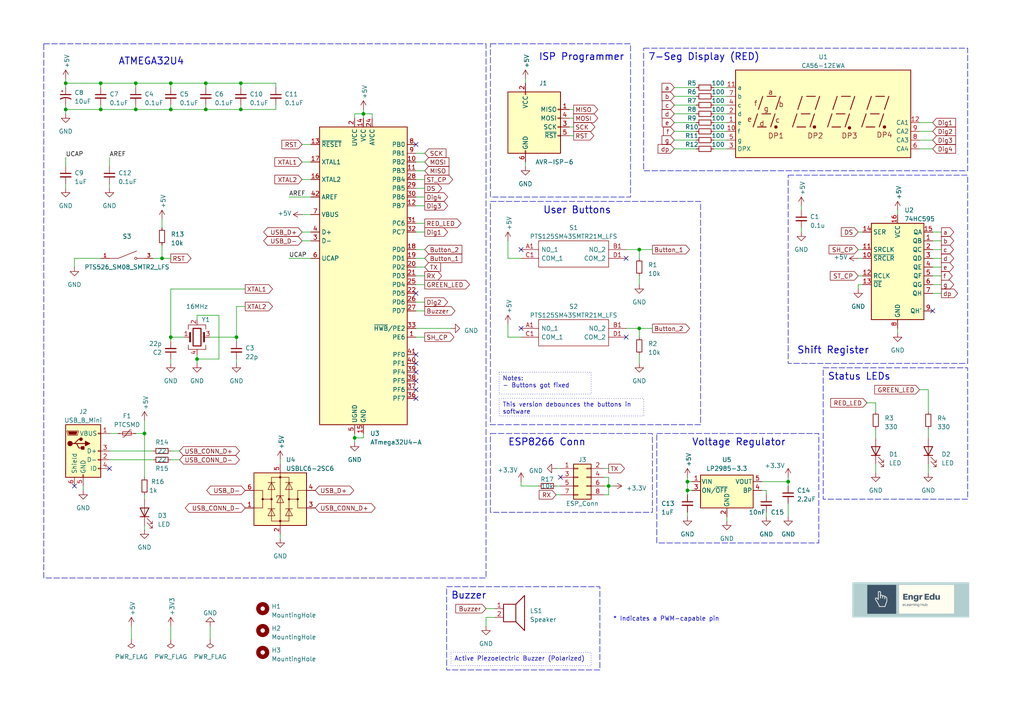
<source format=kicad_sch>
(kicad_sch (version 20230121) (generator eeschema)
  (paper "A4")
  (title_block (title "ATMEGA Kitchen Timer") (date "2023-04-15") (rev "3.0"))
  (junction (at 46.99 74.93))
  (junction (at 57.15 104.14))
  (junction (at 228.6 139.7))
  (junction (at 49.53 97.79))
  (junction (at 49.53 31.75))
  (junction (at 29.21 31.75))
  (junction (at 199.39 139.7))
  (junction (at 41.91 125.73))
  (junction (at 185.42 72.39))
  (junction (at 69.85 24.13))
  (junction (at 199.39 142.24))
  (junction (at 185.42 95.25))
  (junction (at 102.87 127))
  (junction (at 29.21 24.13))
  (junction (at 105.41 33.02))
  (junction (at 39.37 24.13))
  (junction (at 69.85 31.75))
  (junction (at 176.53 140.97))
  (junction (at 49.53 24.13))
  (junction (at 19.05 24.13))
  (junction (at 59.69 24.13))
  (junction (at 19.05 31.75))
  (junction (at 59.69 31.75))
  (junction (at 68.58 97.79))
  (junction (at 39.37 31.75))
  (no_connect (at 120.65 113.03))
  (no_connect (at 120.65 115.57))
  (no_connect (at 162.56 138.43))
  (no_connect (at 120.65 85.09))
  (no_connect (at 120.65 110.49))
  (no_connect (at 181.61 74.93))
  (no_connect (at 151.13 72.39))
  (no_connect (at 120.65 107.95))
  (no_connect (at 181.61 97.79))
  (no_connect (at 31.75 135.89))
  (no_connect (at 21.59 140.97))
  (no_connect (at 120.65 41.91))
  (no_connect (at 151.13 95.25))
  (no_connect (at 270.51 90.17))
  (no_connect (at 120.65 105.41))
  (no_connect (at 120.65 102.87))
  (wire (pts (xy 105.41 125.73) (xy 105.41 127)))
  (wire (pts (xy 228.6 138.43) (xy 228.6 139.7)))
  (wire (pts (xy 24.13 140.97) (xy 24.13 142.24)))
  (wire (pts (xy 19.05 24.13) (xy 19.05 25.4)))
  (wire (pts (xy 31.75 45.72) (xy 31.75 48.26)))
  (wire (pts (xy 260.35 95.25) (xy 260.35 96.52)))
  (wire (pts (xy 80.01 25.4) (xy 80.01 24.13)))
  (wire (pts (xy 185.42 95.25) (xy 185.42 97.79)))
  (wire (pts (xy 39.37 24.13) (xy 49.53 24.13)))
  (wire (pts (xy 59.69 30.48) (xy 59.69 31.75)))
  (wire (pts (xy 207.01 30.48) (xy 210.82 30.48)))
  (wire (pts (xy 19.05 31.75) (xy 19.05 33.02)))
  (wire (pts (xy 31.75 133.35) (xy 44.45 133.35)))
  (wire (pts (xy 49.53 99.06) (xy 49.53 97.79)))
  (wire (pts (xy 69.85 25.4) (xy 69.85 24.13)))
  (wire (pts (xy 57.15 104.14) (xy 57.15 105.41)))
  (wire (pts (xy 175.26 138.43) (xy 176.53 138.43)))
  (wire (pts (xy 69.85 24.13) (xy 80.01 24.13)))
  (wire (pts (xy 49.53 24.13) (xy 59.69 24.13)))
  (wire (pts (xy 60.96 181.61) (xy 60.96 185.42)))
  (wire (pts (xy 120.65 74.93) (xy 123.19 74.93)))
  (wire (pts (xy 120.65 57.15) (xy 123.19 57.15)))
  (wire (pts (xy 140.97 179.07) (xy 140.97 181.61)))
  (wire (pts (xy 120.65 90.17) (xy 123.19 90.17)))
  (wire (pts (xy 57.15 91.44) (xy 63.5 91.44)))
  (wire (pts (xy 270.51 67.31) (xy 273.05 67.31)))
  (wire (pts (xy 49.53 83.82) (xy 49.53 97.79)))
  (wire (pts (xy 185.42 95.25) (xy 189.23 95.25)))
  (wire (pts (xy 185.42 72.39) (xy 185.42 74.93)))
  (wire (pts (xy 228.6 146.05) (xy 228.6 149.86)))
  (wire (pts (xy 105.41 33.02) (xy 105.41 34.29)))
  (wire (pts (xy 46.99 63.5) (xy 46.99 66.04)))
  (wire (pts (xy 21.59 74.93) (xy 29.21 74.93)))
  (wire (pts (xy 120.65 80.01) (xy 123.19 80.01)))
  (wire (pts (xy 254 124.46) (xy 254 127)))
  (wire (pts (xy 41.91 143.51) (xy 41.91 144.78)))
  (wire (pts (xy 105.41 31.75) (xy 105.41 33.02)))
  (wire (pts (xy 248.92 72.39) (xy 250.19 72.39)))
  (wire (pts (xy 87.63 62.23) (xy 90.17 62.23)))
  (wire (pts (xy 222.25 148.59) (xy 222.25 149.86)))
  (wire (pts (xy 38.1 181.61) (xy 38.1 185.42)))
  (wire (pts (xy 161.29 143.51) (xy 162.56 143.51)))
  (wire (pts (xy 176.53 138.43) (xy 176.53 140.97)))
  (wire (pts (xy 57.15 102.87) (xy 57.15 104.14)))
  (wire (pts (xy 199.39 139.7) (xy 199.39 142.24)))
  (wire (pts (xy 39.37 31.75) (xy 29.21 31.75)))
  (wire (pts (xy 87.63 67.31) (xy 90.17 67.31)))
  (wire (pts (xy 195.58 30.48) (xy 201.93 30.48)))
  (wire (pts (xy 140.97 176.53) (xy 143.51 176.53)))
  (wire (pts (xy 59.69 31.75) (xy 49.53 31.75)))
  (wire (pts (xy 266.7 38.1) (xy 270.51 38.1)))
  (wire (pts (xy 87.63 52.07) (xy 90.17 52.07)))
  (wire (pts (xy 19.05 53.34) (xy 19.05 54.61)))
  (wire (pts (xy 269.24 113.03) (xy 269.24 119.38)))
  (wire (pts (xy 49.53 181.61) (xy 49.53 185.42)))
  (wire (pts (xy 49.53 133.35) (xy 52.07 133.35)))
  (wire (pts (xy 199.39 138.43) (xy 199.39 139.7)))
  (wire (pts (xy 195.58 27.94) (xy 201.93 27.94)))
  (wire (pts (xy 19.05 31.75) (xy 29.21 31.75)))
  (wire (pts (xy 39.37 30.48) (xy 39.37 31.75)))
  (wire (pts (xy 250.19 82.55) (xy 248.92 82.55)))
  (wire (pts (xy 69.85 31.75) (xy 80.01 31.75)))
  (wire (pts (xy 83.82 74.93) (xy 90.17 74.93)))
  (wire (pts (xy 156.21 140.97) (xy 151.13 140.97)))
  (wire (pts (xy 81.28 133.35) (xy 81.28 134.62)))
  (wire (pts (xy 161.29 140.97) (xy 162.56 140.97)))
  (wire (pts (xy 29.21 30.48) (xy 29.21 31.75)))
  (wire (pts (xy 269.24 124.46) (xy 269.24 127)))
  (wire (pts (xy 175.26 143.51) (xy 176.53 143.51)))
  (wire (pts (xy 195.58 35.56) (xy 201.93 35.56)))
  (wire (pts (xy 260.35 60.96) (xy 260.35 62.23)))
  (wire (pts (xy 266.7 113.03) (xy 269.24 113.03)))
  (wire (pts (xy 176.53 140.97) (xy 176.53 143.51)))
  (wire (pts (xy 102.87 125.73) (xy 102.87 127)))
  (wire (pts (xy 199.39 148.59) (xy 199.39 149.86)))
  (wire (pts (xy 228.6 140.97) (xy 228.6 139.7)))
  (wire (pts (xy 105.41 127) (xy 102.87 127)))
  (wire (pts (xy 68.58 88.9) (xy 68.58 97.79)))
  (wire (pts (xy 102.87 127) (xy 102.87 128.27)))
  (wire (pts (xy 232.41 59.69) (xy 232.41 60.96)))
  (wire (pts (xy 29.21 24.13) (xy 39.37 24.13)))
  (wire (pts (xy 195.58 38.1) (xy 201.93 38.1)))
  (wire (pts (xy 31.75 125.73) (xy 34.29 125.73)))
  (wire (pts (xy 46.99 71.12) (xy 46.99 74.93)))
  (wire (pts (xy 248.92 67.31) (xy 250.19 67.31)))
  (wire (pts (xy 207.01 25.4) (xy 210.82 25.4)))
  (wire (pts (xy 165.1 36.83) (xy 166.37 36.83)))
  (wire (pts (xy 39.37 25.4) (xy 39.37 24.13)))
  (wire (pts (xy 185.42 72.39) (xy 189.23 72.39)))
  (wire (pts (xy 81.28 154.94) (xy 81.28 156.21)))
  (wire (pts (xy 31.75 53.34) (xy 31.75 54.61)))
  (wire (pts (xy 44.45 74.93) (xy 46.99 74.93)))
  (wire (pts (xy 220.98 142.24) (xy 222.25 142.24)))
  (wire (pts (xy 120.65 77.47) (xy 123.19 77.47)))
  (wire (pts (xy 31.75 130.81) (xy 44.45 130.81)))
  (wire (pts (xy 147.32 97.79) (xy 147.32 93.98)))
  (wire (pts (xy 49.53 25.4) (xy 49.53 24.13)))
  (wire (pts (xy 152.4 46.99) (xy 152.4 48.26)))
  (wire (pts (xy 175.26 140.97) (xy 176.53 140.97)))
  (wire (pts (xy 49.53 97.79) (xy 53.34 97.79)))
  (wire (pts (xy 176.53 140.97) (xy 177.8 140.97)))
  (wire (pts (xy 269.24 134.62) (xy 269.24 137.16)))
  (wire (pts (xy 270.51 80.01) (xy 273.05 80.01)))
  (wire (pts (xy 266.7 40.64) (xy 270.51 40.64)))
  (wire (pts (xy 120.65 64.77) (xy 123.19 64.77)))
  (wire (pts (xy 151.13 140.97) (xy 151.13 139.7)))
  (wire (pts (xy 175.26 135.89) (xy 176.53 135.89)))
  (wire (pts (xy 248.92 74.93) (xy 250.19 74.93)))
  (wire (pts (xy 207.01 33.02) (xy 210.82 33.02)))
  (wire (pts (xy 102.87 33.02) (xy 105.41 33.02)))
  (wire (pts (xy 165.1 34.29) (xy 166.37 34.29)))
  (wire (pts (xy 49.53 130.81) (xy 52.07 130.81)))
  (wire (pts (xy 195.58 43.18) (xy 201.93 43.18)))
  (wire (pts (xy 143.51 179.07) (xy 140.97 179.07)))
  (wire (pts (xy 228.6 139.7) (xy 220.98 139.7)))
  (wire (pts (xy 181.61 95.25) (xy 185.42 95.25)))
  (wire (pts (xy 181.61 72.39) (xy 185.42 72.39)))
  (wire (pts (xy 120.65 44.45) (xy 123.19 44.45)))
  (wire (pts (xy 46.99 74.93) (xy 49.53 74.93)))
  (wire (pts (xy 41.91 152.4) (xy 41.91 153.67)))
  (wire (pts (xy 49.53 31.75) (xy 39.37 31.75)))
  (wire (pts (xy 39.37 125.73) (xy 41.91 125.73)))
  (wire (pts (xy 63.5 91.44) (xy 63.5 104.14)))
  (wire (pts (xy 80.01 30.48) (xy 80.01 31.75)))
  (wire (pts (xy 120.65 97.79) (xy 123.19 97.79)))
  (wire (pts (xy 107.95 33.02) (xy 105.41 33.02)))
  (wire (pts (xy 49.53 104.14) (xy 49.53 105.41)))
  (wire (pts (xy 248.92 82.55) (xy 248.92 83.82)))
  (wire (pts (xy 207.01 40.64) (xy 210.82 40.64)))
  (wire (pts (xy 41.91 121.92) (xy 41.91 125.73)))
  (wire (pts (xy 270.51 72.39) (xy 273.05 72.39)))
  (wire (pts (xy 207.01 27.94) (xy 210.82 27.94)))
  (wire (pts (xy 195.58 33.02) (xy 201.93 33.02)))
  (wire (pts (xy 49.53 30.48) (xy 49.53 31.75)))
  (wire (pts (xy 120.65 87.63) (xy 123.19 87.63)))
  (wire (pts (xy 199.39 142.24) (xy 200.66 142.24)))
  (wire (pts (xy 207.01 38.1) (xy 210.82 38.1)))
  (wire (pts (xy 151.13 74.93) (xy 147.32 74.93)))
  (wire (pts (xy 232.41 66.04) (xy 232.41 67.31)))
  (wire (pts (xy 120.65 49.53) (xy 123.19 49.53)))
  (wire (pts (xy 83.82 57.15) (xy 90.17 57.15)))
  (wire (pts (xy 199.39 142.24) (xy 199.39 143.51)))
  (wire (pts (xy 185.42 80.01) (xy 185.42 82.55)))
  (wire (pts (xy 59.69 25.4) (xy 59.69 24.13)))
  (wire (pts (xy 41.91 125.73) (xy 41.91 138.43)))
  (wire (pts (xy 270.51 74.93) (xy 273.05 74.93)))
  (wire (pts (xy 266.7 43.18) (xy 270.51 43.18)))
  (wire (pts (xy 165.1 31.75) (xy 166.37 31.75)))
  (wire (pts (xy 151.13 97.79) (xy 147.32 97.79)))
  (wire (pts (xy 270.51 77.47) (xy 273.05 77.47)))
  (wire (pts (xy 59.69 31.75) (xy 69.85 31.75)))
  (wire (pts (xy 270.51 69.85) (xy 273.05 69.85)))
  (wire (pts (xy 120.65 46.99) (xy 123.19 46.99)))
  (wire (pts (xy 107.95 34.29) (xy 107.95 33.02)))
  (wire (pts (xy 165.1 39.37) (xy 166.37 39.37)))
  (wire (pts (xy 161.29 135.89) (xy 162.56 135.89)))
  (wire (pts (xy 87.63 46.99) (xy 90.17 46.99)))
  (wire (pts (xy 210.82 149.86) (xy 210.82 151.13)))
  (wire (pts (xy 185.42 102.87) (xy 185.42 105.41)))
  (wire (pts (xy 195.58 25.4) (xy 201.93 25.4)))
  (wire (pts (xy 195.58 40.64) (xy 201.93 40.64)))
  (wire (pts (xy 19.05 24.13) (xy 29.21 24.13)))
  (wire (pts (xy 60.96 97.79) (xy 68.58 97.79)))
  (wire (pts (xy 68.58 104.14) (xy 68.58 105.41)))
  (wire (pts (xy 71.12 88.9) (xy 68.58 88.9)))
  (wire (pts (xy 120.65 67.31) (xy 123.19 67.31)))
  (wire (pts (xy 254 116.84) (xy 254 119.38)))
  (wire (pts (xy 69.85 30.48) (xy 69.85 31.75)))
  (wire (pts (xy 254 134.62) (xy 254 137.16)))
  (wire (pts (xy 120.65 82.55) (xy 123.19 82.55)))
  (wire (pts (xy 71.12 83.82) (xy 49.53 83.82)))
  (wire (pts (xy 87.63 41.91) (xy 90.17 41.91)))
  (wire (pts (xy 222.25 142.24) (xy 222.25 143.51)))
  (wire (pts (xy 69.85 24.13) (xy 59.69 24.13)))
  (wire (pts (xy 120.65 52.07) (xy 123.19 52.07)))
  (wire (pts (xy 63.5 104.14) (xy 57.15 104.14)))
  (wire (pts (xy 120.65 72.39) (xy 123.19 72.39)))
  (wire (pts (xy 19.05 45.72) (xy 19.05 48.26)))
  (wire (pts (xy 57.15 92.71) (xy 57.15 91.44)))
  (wire (pts (xy 19.05 30.48) (xy 19.05 31.75)))
  (wire (pts (xy 68.58 97.79) (xy 68.58 99.06)))
  (wire (pts (xy 29.21 25.4) (xy 29.21 24.13)))
  (wire (pts (xy 207.01 35.56) (xy 210.82 35.56)))
  (wire (pts (xy 270.51 85.09) (xy 273.05 85.09)))
  (wire (pts (xy 147.32 74.93) (xy 147.32 69.85)))
  (wire (pts (xy 200.66 139.7) (xy 199.39 139.7)))
  (wire (pts (xy 87.63 69.85) (xy 90.17 69.85)))
  (wire (pts (xy 19.05 22.86) (xy 19.05 24.13)))
  (wire (pts (xy 120.65 54.61) (xy 123.19 54.61)))
  (wire (pts (xy 102.87 34.29) (xy 102.87 33.02)))
  (wire (pts (xy 21.59 77.47) (xy 21.59 74.93)))
  (wire (pts (xy 266.7 35.56) (xy 270.51 35.56)))
  (wire (pts (xy 120.65 59.69) (xy 123.19 59.69)))
  (wire (pts (xy 248.92 80.01) (xy 250.19 80.01)))
  (wire (pts (xy 120.65 95.25) (xy 130.81 95.25)))
  (wire (pts (xy 251.46 116.84) (xy 254 116.84)))
  (wire (pts (xy 270.51 82.55) (xy 273.05 82.55)))
  (wire (pts (xy 152.4 22.86) (xy 152.4 24.13)))
  (wire (pts (xy 207.01 43.18) (xy 210.82 43.18)))
  (rectangle (start 142.24 12.7) (end 182.88 57.15) (stroke (width 0) (type dash)))
  (rectangle (start 190.5 125.73) (end 237.49 157.48) (stroke (width 0) (type dash)))
  (rectangle (start 238.76 106.68) (end 280.67 144.78) (stroke (width 0) (type dash)))
  (rectangle (start 12.7 12.7) (end 140.97 167.64) (stroke (width 0) (type dash)))
  (rectangle (start 129.54 170.18) (end 173.99 194.31) (stroke (width 0) (type dash)))
  (rectangle (start 142.24 58.42) (end 203.2 123.19) (stroke (width 0) (type dash)))
  (rectangle (start 228.6 50.8) (end 280.67 105.41) (stroke (width 0) (type dash)))
  (rectangle (start 186.69 13.97) (end 280.67 49.53) (stroke (width 0) (type dash)))
  (rectangle (start 142.24 125.73) (end 189.23 148.59) (stroke (width 0) (type dash)))
  (image (at 264.16 173.99) (scale 0.800628))
  (text_box "Notes:\n- Buttons got fixed" (at 144.78 107.95 0) (size 26.67 6.35) (stroke (width 0) (type dot)) (effects (font (size 1.27 1.27)) (justify left top)))
  (text_box "Active Piezoelectric Buzzer (Polarized)" (at 130.81 189.23 0) (size 40.64 3.81) (stroke (width 0) (type dot)) (effects (font (size 1.27 1.27)) (justify left top)))
  (text_box "This version debounces the buttons in software" (at 144.78 115.57 0) (size 41.91 5.08) (stroke (width 0) (type dot)) (effects (font (size 1.27 1.27)) (justify left top)))
  (text "Shift Register" (at 231.14 102.87 0) (effects (font (size 2 2) (thickness 0.254) bold) (justify left bottom)))
  (text "Voltage Regulator" (at 200.66 129.54 0) (effects (font (size 2 2) (thickness 0.254) bold) (justify left bottom)))
  (text "Status LEDs" (at 240.03 110.49 0) (effects (font (size 2 2) (thickness 0.254) bold) (justify left bottom)))
  (text "ATMEGA32U4" (at 34.29 19.05 0) (effects (font (size 2 2) (thickness 0.254) bold) (justify left bottom)))
  (text "User Buttons" (at 157.48 62.23 0) (effects (font (size 2 2) (thickness 0.254) bold) (justify left bottom)))
  (text "Buzzer" (at 130.81 173.99 0) (effects (font (size 2 2) (thickness 0.254) bold) (justify left bottom)))
  (text "* Indicates a PWM-capable pin" (at 177.8 180.34 0) (effects (font (size 1.27 1.27)) (justify left bottom)))
  (text "7-Seg Display (RED)" (at 187.96 17.78 0) (effects (font (size 2 2) (thickness 0.254) bold) (justify left bottom)))
  (text "ISP Programmer" (at 156.21 17.78 0) (effects (font (size 2 2) (thickness 0.254) bold) (justify left bottom)))
  (text "ESP8266 Conn\n" (at 147.32 129.54 0) (effects (font (size 2 2) (thickness 0.254) bold) (justify left bottom)))
  (label "UCAP" (at 19.05 45.72 0))
  (label "UCAP" (at 83.82 74.93 0))
  (label "AREF" (at 31.75 45.72 0))
  (label "AREF" (at 83.82 57.15 0))
  (global_label "XTAL1" (shape input) (at 87.63 46.99 180) (property "Intersheetrefs" "${INTERSHEET_REFS}" (effects hide)))
  (global_label "SCK" (shape input) (at 123.19 44.45 0) (property "Intersheetrefs" "${INTERSHEET_REFS}" (effects hide)))
  (global_label "RST" (shape output) (at 49.53 74.93 0) (property "Intersheetrefs" "${INTERSHEET_REFS}" (effects hide)))
  (global_label "GREEN_LED" (shape output) (at 123.19 82.55 0) (property "Intersheetrefs" "${INTERSHEET_REFS}" (effects hide)))
  (global_label "e" (shape output) (at 273.05 77.47 0) (property "Intersheetrefs" "${INTERSHEET_REFS}" (effects hide)))
  (global_label "Button_1" (shape output) (at 189.23 72.39 0) (property "Intersheetrefs" "${INTERSHEET_REFS}" (effects hide)))
  (global_label "DS" (shape output) (at 123.19 54.61 0) (property "Intersheetrefs" "${INTERSHEET_REFS}" (effects hide)))
  (global_label "XTAL2" (shape output) (at 71.12 88.9 0) (property "Intersheetrefs" "${INTERSHEET_REFS}" (effects hide)))
  (global_label "g" (shape output) (at 273.05 82.55 0) (property "Intersheetrefs" "${INTERSHEET_REFS}" (effects hide)))
  (global_label "dp" (shape output) (at 273.05 85.09 0) (property "Intersheetrefs" "${INTERSHEET_REFS}" (effects hide)))
  (global_label "Button_1" (shape input) (at 123.19 74.93 0) (property "Intersheetrefs" "${INTERSHEET_REFS}" (effects hide)))
  (global_label "TX" (shape input) (at 123.19 77.47 0) (property "Intersheetrefs" "${INTERSHEET_REFS}" (effects hide)))
  (global_label "b" (shape input) (at 195.58 27.94 180) (property "Intersheetrefs" "${INTERSHEET_REFS}" (effects hide)))
  (global_label "SH_CP" (shape output) (at 123.19 97.79 0) (property "Intersheetrefs" "${INTERSHEET_REFS}" (effects hide)))
  (global_label "f" (shape output) (at 273.05 80.01 0) (property "Intersheetrefs" "${INTERSHEET_REFS}" (effects hide)))
  (global_label "ST_CP" (shape input) (at 248.92 80.01 180) (property "Intersheetrefs" "${INTERSHEET_REFS}" (effects hide)))
  (global_label "RST" (shape output) (at 166.37 39.37 0) (property "Intersheetrefs" "${INTERSHEET_REFS}" (effects hide)))
  (global_label "ST_CP" (shape output) (at 123.19 52.07 0) (property "Intersheetrefs" "${INTERSHEET_REFS}" (effects hide)))
  (global_label "USB_CONN_D-" (shape bidirectional) (at 71.12 147.32 180) (property "Intersheetrefs" "${INTERSHEET_REFS}" (effects hide)))
  (global_label "d" (shape input) (at 195.58 33.02 180) (property "Intersheetrefs" "${INTERSHEET_REFS}" (effects hide)))
  (global_label "USB_D+" (shape bidirectional) (at 87.63 67.31 180) (property "Intersheetrefs" "${INTERSHEET_REFS}" (effects hide)))
  (global_label "a" (shape input) (at 195.58 25.4 180) (property "Intersheetrefs" "${INTERSHEET_REFS}" (effects hide)))
  (global_label "Dig1" (shape output) (at 123.19 67.31 0) (property "Intersheetrefs" "${INTERSHEET_REFS}" (effects hide)))
  (global_label "USB_D-" (shape bidirectional) (at 87.63 69.85 180) (property "Intersheetrefs" "${INTERSHEET_REFS}" (effects hide)))
  (global_label "MISO" (shape input) (at 123.19 49.53 0) (property "Intersheetrefs" "${INTERSHEET_REFS}" (effects hide)))
  (global_label "USB_CONN_D+" (shape bidirectional) (at 52.07 130.81 0) (property "Intersheetrefs" "${INTERSHEET_REFS}" (effects hide)))
  (global_label "SCK" (shape output) (at 166.37 36.83 0) (property "Intersheetrefs" "${INTERSHEET_REFS}" (effects hide)))
  (global_label "c" (shape output) (at 273.05 72.39 0) (property "Intersheetrefs" "${INTERSHEET_REFS}" (effects hide)))
  (global_label "USB_CONN_D+" (shape bidirectional) (at 91.44 147.32 0) (property "Intersheetrefs" "${INTERSHEET_REFS}" (effects hide)))
  (global_label "RX" (shape input) (at 161.29 143.51 180) (property "Intersheetrefs" "${INTERSHEET_REFS}" (effects hide)))
  (global_label "g" (shape input) (at 195.58 40.64 180) (property "Intersheetrefs" "${INTERSHEET_REFS}" (effects hide)))
  (global_label "Dig1" (shape input) (at 270.51 35.56 0) (property "Intersheetrefs" "${INTERSHEET_REFS}" (effects hide)))
  (global_label "USB_D+" (shape bidirectional) (at 91.44 142.24 0) (property "Intersheetrefs" "${INTERSHEET_REFS}" (effects hide)))
  (global_label "GREEN_LED" (shape input) (at 266.7 113.03 180) (property "Intersheetrefs" "${INTERSHEET_REFS}" (effects hide)))
  (global_label "a" (shape output) (at 273.05 67.31 0) (property "Intersheetrefs" "${INTERSHEET_REFS}" (effects hide)))
  (global_label "Dig2" (shape input) (at 270.51 38.1 0) (property "Intersheetrefs" "${INTERSHEET_REFS}" (effects hide)))
  (global_label "XTAL1" (shape output) (at 71.12 83.82 0) (property "Intersheetrefs" "${INTERSHEET_REFS}" (effects hide)))
  (global_label "Dig3" (shape output) (at 123.19 59.69 0) (property "Intersheetrefs" "${INTERSHEET_REFS}" (effects hide)))
  (global_label "DS" (shape input) (at 248.92 67.31 180) (property "Intersheetrefs" "${INTERSHEET_REFS}" (effects hide)))
  (global_label "RX" (shape output) (at 123.19 80.01 0) (property "Intersheetrefs" "${INTERSHEET_REFS}" (effects hide)))
  (global_label "SH_CP" (shape input) (at 248.92 72.39 180) (property "Intersheetrefs" "${INTERSHEET_REFS}" (effects hide)))
  (global_label "Button_2" (shape output) (at 189.23 95.25 0) (property "Intersheetrefs" "${INTERSHEET_REFS}" (effects hide)))
  (global_label "Dig4" (shape input) (at 270.51 43.18 0) (property "Intersheetrefs" "${INTERSHEET_REFS}" (effects hide)))
  (global_label "MOSI" (shape input) (at 123.19 46.99 0) (property "Intersheetrefs" "${INTERSHEET_REFS}" (effects hide)))
  (global_label "XTAL2" (shape input) (at 87.63 52.07 180) (property "Intersheetrefs" "${INTERSHEET_REFS}" (effects hide)))
  (global_label "c" (shape input) (at 195.58 30.48 180) (property "Intersheetrefs" "${INTERSHEET_REFS}" (effects hide)))
  (global_label "Button_2" (shape input) (at 123.19 72.39 0) (property "Intersheetrefs" "${INTERSHEET_REFS}" (effects hide)))
  (global_label "USB_D-" (shape bidirectional) (at 71.12 142.24 180) (property "Intersheetrefs" "${INTERSHEET_REFS}" (effects hide)))
  (global_label "dp" (shape input) (at 195.58 43.18 180) (property "Intersheetrefs" "${INTERSHEET_REFS}" (effects hide)))
  (global_label "RST" (shape input) (at 87.63 41.91 180) (property "Intersheetrefs" "${INTERSHEET_REFS}" (effects hide)))
  (global_label "RED_LED" (shape output) (at 123.19 64.77 0) (property "Intersheetrefs" "${INTERSHEET_REFS}" (effects hide)))
  (global_label "Buzzer" (shape output) (at 123.19 90.17 0) (property "Intersheetrefs" "${INTERSHEET_REFS}" (effects hide)))
  (global_label "Dig3" (shape input) (at 270.51 40.64 0) (property "Intersheetrefs" "${INTERSHEET_REFS}" (effects hide)))
  (global_label "Buzzer" (shape input) (at 140.97 176.53 180) (property "Intersheetrefs" "${INTERSHEET_REFS}" (effects hide)))
  (global_label "TX" (shape output) (at 176.53 135.89 0) (property "Intersheetrefs" "${INTERSHEET_REFS}" (effects hide)))
  (global_label "Dig2" (shape output) (at 123.19 87.63 0) (property "Intersheetrefs" "${INTERSHEET_REFS}" (effects hide)))
  (global_label "d" (shape output) (at 273.05 74.93 0) (property "Intersheetrefs" "${INTERSHEET_REFS}" (effects hide)))
  (global_label "USB_CONN_D-" (shape bidirectional) (at 52.07 133.35 0) (property "Intersheetrefs" "${INTERSHEET_REFS}" (effects hide)))
  (global_label "MISO" (shape output) (at 166.37 31.75 0) (property "Intersheetrefs" "${INTERSHEET_REFS}" (effects hide)))
  (global_label "e" (shape input) (at 195.58 35.56 180) (property "Intersheetrefs" "${INTERSHEET_REFS}" (effects hide)))
  (global_label "f" (shape input) (at 195.58 38.1 180) (property "Intersheetrefs" "${INTERSHEET_REFS}" (effects hide)))
  (global_label "b" (shape output) (at 273.05 69.85 0) (property "Intersheetrefs" "${INTERSHEET_REFS}" (effects hide)))
  (global_label "Dig4" (shape output) (at 123.19 57.15 0) (property "Intersheetrefs" "${INTERSHEET_REFS}" (effects hide)))
  (global_label "MOSI" (shape output) (at 166.37 34.29 0) (property "Intersheetrefs" "${INTERSHEET_REFS}" (effects hide)))
  (global_label "RED_LED" (shape input) (at 251.46 116.84 180) (property "Intersheetrefs" "${INTERSHEET_REFS}" (effects hide)))
  (symbol (lib_id "power:+5V") (at 147.32 93.98 0) (unit 1)
    (property "Reference" "#PWR014" (effects hide))
    (property "Value" "+5V" (at 147.6756 90.932 90) (effects (justify left)))
  )
  (symbol (lib_id "74xx:74HC595") (at 260.35 77.47 0) (unit 1)
    (property "Reference" "U2" (at 262.3059 60.96 0) (effects (justify left)))
    (property "Value" "74HC595" (at 262.3059 63.5 0) (effects (justify left)))
    (property "Footprint" "Package_SO:TSSOP-16_4.4x5mm_P0.65mm" (effects hide))
    (property "Datasheet" "http://www.ti.com/lit/ds/symlink/sn74hc595.pdf" (effects hide))
  )
  (symbol (lib_id "Device:C_Small") (at 49.53 27.94 0) (unit 1)
    (property "Reference" "C5" (at 52.07 27.3113 0) (effects (justify left)))
    (property "Value" "0.1uF" (at 52.07 29.8513 0) (effects (justify left)))
    (property "Footprint" "Capacitor_SMD:C_0603_1608Metric" (effects hide))
  )
  (symbol (lib_id "power:+5V") (at 19.05 22.86 0) (unit 1)
    (property "Reference" "#PWR023" (effects hide))
    (property "Value" "+5V" (at 19.4056 19.812 90) (effects (justify left)))
  )
  (symbol (lib_id "Device:R_Small") (at 46.99 130.81 90) (unit 1)
    (property "Reference" "R14" (at 46.99 128.27 90))
    (property "Value" "22" (at 46.99 130.81 90))
    (property "Footprint" "Resistor_SMD:R_0603_1608Metric" (effects hide))
  )
  (symbol (lib_id "Device:LED") (at 254 130.81 90) (unit 1)
    (property "Reference" "D1" (at 257.81 131.7625 90) (effects (justify right)))
    (property "Value" "LED" (at 257.81 134.3025 90) (effects (justify right)))
    (property "Footprint" "LED_SMD:LED_0805_2012Metric" (effects hide))
  )
  (symbol (lib_id "power:GND") (at 102.87 128.27 0) (unit 1)
    (property "Reference" "#PWR03" (effects hide))
    (property "Value" "GND" (at 102.87 133.35 0))
  )
  (symbol (lib_id "power:+5V") (at 87.63 62.23 90) (unit 1)
    (property "Reference" "#PWR05" (effects hide))
    (property "Value" "+5V" (at 84.582 61.8744 90) (effects (justify left)))
  )
  (symbol (lib_id "Mechanical:MountingHole") (at 76.2 182.88 0) (unit 1)
    (property "Reference" "H2" (at 78.74 182.245 0) (effects (justify left)))
    (property "Value" "MountingHole" (at 78.74 184.785 0) (effects (justify left)))
    (property "Footprint" "MountingHole:MountingHole_3.2mm_M3_Pad" (effects hide))
  )
  (symbol (lib_id "Device:C_Small") (at 232.41 63.5 0) (unit 1)
    (property "Reference" "C1" (at 234.95 62.8713 0) (effects (justify left)))
    (property "Value" "0.1u" (at 234.95 65.4113 0) (effects (justify left)))
    (property "Footprint" "Capacitor_SMD:C_0603_1608Metric" (effects hide))
  )
  (symbol (lib_id "power:GND") (at 31.75 54.61 0) (unit 1)
    (property "Reference" "#PWR025" (effects hide))
    (property "Value" "GND" (at 31.75 59.69 0))
  )
  (symbol (lib_id "power:GND") (at 228.6 149.86 0) (unit 1)
    (property "Reference" "#PWR044" (effects hide))
    (property "Value" "GND" (at 228.6 154.94 0))
  )
  (symbol (lib_id "Device:C_Small") (at 39.37 27.94 0) (unit 1)
    (property "Reference" "C4" (at 41.91 27.3113 0) (effects (justify left)))
    (property "Value" "0.1uF" (at 41.91 29.8513 0) (effects (justify left)))
    (property "Footprint" "Capacitor_SMD:C_0603_1608Metric" (effects hide))
  )
  (symbol (lib_id "power:+5V") (at 199.39 138.43 0) (unit 1)
    (property "Reference" "#PWR039" (effects hide))
    (property "Value" "+5V" (at 199.7456 135.382 90) (effects (justify left)))
  )
  (symbol (lib_id "Device:Crystal_GND24") (at 57.15 97.79 0) (unit 1)
    (property "Reference" "Y1" (at 59.69 92.71 0))
    (property "Value" "16MHz" (at 57.15 88.9 0))
    (property "Footprint" "Crystal:Crystal_SMD_Abracon_ABM8G-4Pin_3.2x2.5mm" (effects hide))
  )
  (symbol (lib_id "Device:R_Small") (at 41.91 140.97 0) (unit 1)
    (property "Reference" "R16" (at 45.72 139.7 0))
    (property "Value" "1k" (at 44.45 142.24 0))
    (property "Footprint" "Resistor_SMD:R_0603_1608Metric" (effects hide))
  )
  (symbol (lib_id "Device:C_Small") (at 19.05 50.8 0) (unit 1)
    (property "Reference" "C9" (at 21.59 50.1713 0) (effects (justify left)))
    (property "Value" "1uF" (at 21.59 52.7113 0) (effects (justify left)))
    (property "Footprint" "Capacitor_SMD:C_0603_1608Metric" (effects hide))
  )
  (symbol (lib_id "PTS526_SMD_Button:PTS526_SM08_SMTR2_LFS") (at 36.83 74.93 0) (unit 1)
    (property "Reference" "S3" (at 36.83 68.58 0))
    (property "Value" "PTS526_SM08_SMTR2_LFS" (at 36.83 77.47 0))
    (property "Footprint" "PTS526_SMD_Button:PTS526_SMD_Button" (effects hide))
    (property "STANDARD" "Manufacturer Recommendations" (effects hide))
    (property "MANUFACTURER" "C&K" (effects hide))
    (property "PARTREV" "20 mar 19" (effects hide))
    (property "MAXIMUM_PACKAGE_HEIGHT" "0.95mm" (effects hide))
  )
  (symbol (lib_id "PTS125_SMD_Button:PTS125SM43SMTR21M_LFS") (at 151.13 95.25 0) (unit 1)
    (property "Reference" "S2" (at 166.37 88.9 0))
    (property "Value" "PTS125SM43SMTR21M_LFS" (at 166.37 91.44 0))
    (property "Footprint" "PTS125_SMD_Button:PTS125_SMD_Button" (effects hide))
    (property "Datasheet" "https://www.ckswitches.com/media/1462/pts125.pdf" (effects hide))
    (property "Description" "Tactile Switches SWITCH TACTILE 50mA @ 12VDC, SPST-NO, Surface Mount, Top Actuated, Gull Wing, 180gf" (effects hide))
    (property "Height" "4.3" (effects hide))
    (property "Manufacturer_Name" "C & K COMPONENTS" (effects hide))
    (property "Manufacturer_Part_Number" "PTS125SM43SMTR21M LFS" (effects hide))
    (property "Mouser Part Number" "611-PTS125S43SMTRLFS" (effects hide))
    (property "Mouser Price/Stock" "https://www.mouser.co.uk/ProductDetail/CK/PTS125SM43SMTR21M-LFS?qs=t7xnP681wgUNXpRGJY2Vkw%3D%3D" (effects hide))
  )
  (symbol (lib_id "Device:R_Small") (at 46.99 133.35 90) (unit 1)
    (property "Reference" "R15" (at 46.99 135.89 90))
    (property "Value" "22" (at 46.99 133.35 90))
    (property "Footprint" "Resistor_SMD:R_0603_1608Metric" (effects hide))
  )
  (symbol (lib_id "Device:C_Small") (at 69.85 27.94 0) (unit 1)
    (property "Reference" "C10" (at 72.39 27.3113 0) (effects (justify left)))
    (property "Value" "0.1uF" (at 72.39 29.8513 0) (effects (justify left)))
    (property "Footprint" "Capacitor_SMD:C_0603_1608Metric" (effects hide))
  )
  (symbol (lib_id "power:GND") (at 222.25 149.86 0) (unit 1)
    (property "Reference" "#PWR043" (effects hide))
    (property "Value" "GND" (at 222.25 154.94 0))
  )
  (symbol (lib_id "power:GND") (at 49.53 105.41 0) (unit 1)
    (property "Reference" "#PWR026" (effects hide))
    (property "Value" "GND" (at 49.53 110.49 0))
  )
  (symbol (lib_name "GND_3") (lib_id "power:GND") (at 232.41 67.31 0) (unit 1)
    (property "Reference" "#PWR01" (effects hide))
    (property "Value" "GND" (at 232.41 72.39 0))
  )
  (symbol (lib_id "power:PWR_FLAG") (at 38.1 185.42 180) (unit 1)
    (property "Reference" "#FLG02" (effects hide))
    (property "Value" "PWR_FLAG" (at 38.1 190.5 0))
  )
  (symbol (lib_id "Device:C_Small") (at 29.21 27.94 0) (unit 1)
    (property "Reference" "C7" (at 31.75 27.3113 0) (effects (justify left)))
    (property "Value" "0.1uF" (at 31.75 29.8513 0) (effects (justify left)))
    (property "Footprint" "Capacitor_SMD:C_0603_1608Metric" (effects hide))
  )
  (symbol (lib_id "power:+5V") (at 232.41 59.69 0) (unit 1)
    (property "Reference" "#PWR02" (effects hide))
    (property "Value" "+5V" (at 232.7656 56.642 90) (effects (justify left)))
  )
  (symbol (lib_id "power:GND") (at 130.81 95.25 90) (unit 1)
    (property "Reference" "#PWR021" (effects hide))
    (property "Value" "GND" (at 134.62 95.885 90) (effects (justify right)))
  )
  (symbol (lib_id "Device:R_Small") (at 204.47 33.02 90) (unit 1)
    (property "Reference" "R8" (at 200.66 31.75 90))
    (property "Value" "100" (at 208.28 31.75 90))
    (property "Footprint" "Resistor_SMD:R_0805_2012Metric" (effects hide))
  )
  (symbol (lib_id "power:+5V") (at 260.35 60.96 0) (unit 1)
    (property "Reference" "#PWR07" (effects hide))
    (property "Value" "+5V" (at 260.7056 57.912 90) (effects (justify left)))
  )
  (symbol (lib_id "Device:Polyfuse_Small") (at 36.83 125.73 90) (unit 1)
    (property "Reference" "F1" (at 36.83 120.65 90))
    (property "Value" "PTCSMD" (at 36.83 123.19 90))
    (property "Footprint" "Fuse:Fuse_1812_4532Metric" (effects hide))
  )
  (symbol (lib_id "Connector:USB_B_Mini") (at 24.13 130.81 0) (unit 1)
    (property "Reference" "J2" (at 24.13 119.38 0))
    (property "Value" "USB_B_Mini" (at 24.13 121.92 0))
    (property "Footprint" "Connector_USB:USB_Mini-B_Lumberg_2486_01_Horizontal" (effects hide))
  )
  (symbol (lib_id "Device:R_Small") (at 185.42 77.47 0) (unit 1)
    (property "Reference" "R1" (at 187.96 76.835 0) (effects (justify left)))
    (property "Value" "10k" (at 187.96 79.375 0) (effects (justify left)))
    (property "Footprint" "Resistor_SMD:R_0805_2012Metric" (effects hide))
  )
  (symbol (lib_id "Device:R_Small") (at 185.42 100.33 0) (unit 1)
    (property "Reference" "R2" (at 187.96 99.695 0) (effects (justify left)))
    (property "Value" "10k" (at 187.96 102.235 0) (effects (justify left)))
    (property "Footprint" "Resistor_SMD:R_0805_2012Metric" (effects hide))
  )
  (symbol (lib_id "power:+5V") (at 38.1 181.61 0) (unit 1)
    (property "Reference" "#PWR018" (effects hide))
    (property "Value" "+5V" (at 38.4556 178.562 90) (effects (justify left)))
  )
  (symbol (lib_id "Device:R_Small") (at 204.47 30.48 90) (unit 1)
    (property "Reference" "R7" (at 200.66 29.21 90))
    (property "Value" "100" (at 208.28 29.21 90))
    (property "Footprint" "Resistor_SMD:R_0805_2012Metric" (effects hide))
  )
  (symbol (lib_id "power:GND") (at 41.91 153.67 0) (unit 1)
    (property "Reference" "#PWR030" (effects hide))
    (property "Value" "GND" (at 41.91 158.75 0))
  )
  (symbol (lib_id "Device:LED") (at 269.24 130.81 90) (unit 1)
    (property "Reference" "D2" (at 273.05 131.7625 90) (effects (justify right)))
    (property "Value" "LED" (at 273.05 134.3025 90) (effects (justify right)))
    (property "Footprint" "LED_SMD:LED_0805_2012Metric" (effects hide))
  )
  (symbol (lib_id "power:+5V") (at 152.4 22.86 0) (unit 1)
    (property "Reference" "#PWR034" (effects hide))
    (property "Value" "+5V" (at 152.7556 19.812 90) (effects (justify left)))
  )
  (symbol (lib_id "power:PWR_FLAG") (at 49.53 185.42 180) (unit 1)
    (property "Reference" "#FLG03" (effects hide))
    (property "Value" "PWR_FLAG" (at 49.53 190.5 0))
  )
  (symbol (lib_id "Device:R_Small") (at 204.47 38.1 90) (unit 1)
    (property "Reference" "R10" (at 200.66 36.83 90))
    (property "Value" "100" (at 208.28 36.83 90))
    (property "Footprint" "Resistor_SMD:R_0805_2012Metric" (effects hide))
  )
  (symbol (lib_id "Device:C_Small") (at 68.58 101.6 0) (unit 1)
    (property "Reference" "C3" (at 71.12 100.9713 0) (effects (justify left)))
    (property "Value" "22p" (at 71.12 103.5113 0) (effects (justify left)))
    (property "Footprint" "Capacitor_SMD:C_0603_1608Metric" (effects hide))
  )
  (symbol (lib_id "Regulator_Linear:LP2985-3.3") (at 210.82 142.24 0) (unit 1)
    (property "Reference" "U5" (at 210.82 133.35 0))
    (property "Value" "LP2985-3.3" (at 210.82 135.89 0))
    (property "Footprint" "Package_TO_SOT_SMD:SOT-23-5" (effects hide))
    (property "Datasheet" "http://www.ti.com/lit/ds/symlink/lp2985.pdf" (effects hide))
  )
  (symbol (lib_id "Device:C_Small") (at 222.25 146.05 0) (unit 1)
    (property "Reference" "C15" (at 223.52 148.59 0) (effects (justify left)))
    (property "Value" "10nF" (at 217.17 148.59 0) (effects (justify left)))
    (property "Footprint" "Capacitor_SMD:C_0603_1608Metric" (effects hide))
  )
  (symbol (lib_id "power:GND") (at 199.39 149.86 0) (unit 1)
    (property "Reference" "#PWR042" (effects hide))
    (property "Value" "GND" (at 199.39 154.94 0))
  )
  (symbol (lib_id "power:+5V") (at 81.28 133.35 0) (unit 1)
    (property "Reference" "#PWR033" (effects hide))
    (property "Value" "+5V" (at 81.6356 130.302 90) (effects (justify left)))
  )
  (symbol (lib_id "power:PWR_FLAG") (at 60.96 185.42 180) (unit 1)
    (property "Reference" "#FLG04" (effects hide))
    (property "Value" "PWR_FLAG" (at 60.96 190.5 0))
  )
  (symbol (lib_id "Device:R_Small") (at 254 121.92 0) (unit 1)
    (property "Reference" "R3" (at 256.54 121.285 0) (effects (justify left)))
    (property "Value" "330" (at 256.54 123.825 0) (effects (justify left)))
    (property "Footprint" "Resistor_SMD:R_0805_2012Metric" (effects hide))
  )
  (symbol (lib_name "GND_1") (lib_id "power:GND") (at 185.42 105.41 0) (unit 1)
    (property "Reference" "#PWR015" (effects hide))
    (property "Value" "GND" (at 185.42 110.49 0))
  )
  (symbol (lib_name "GND_1") (lib_id "power:GND") (at 60.96 181.61 180) (unit 1)
    (property "Reference" "#PWR011" (effects hide))
    (property "Value" "GND" (at 60.96 177.8 0))
  )
  (symbol (lib_id "power:+5V") (at 41.91 121.92 0) (unit 1)
    (property "Reference" "#PWR029" (effects hide))
    (property "Value" "+5V" (at 42.2656 118.872 90) (effects (justify left)))
  )
  (symbol (lib_id "power:GND") (at 19.05 54.61 0) (unit 1)
    (property "Reference" "#PWR022" (effects hide))
    (property "Value" "GND" (at 19.05 59.69 0))
  )
  (symbol (lib_id "Device:R_Small") (at 204.47 25.4 90) (unit 1)
    (property "Reference" "R5" (at 200.66 24.13 90))
    (property "Value" "100" (at 208.28 24.13 90))
    (property "Footprint" "Resistor_SMD:R_0805_2012Metric" (effects hide))
  )
  (symbol (lib_id "Device:R_Small") (at 158.75 140.97 90) (unit 1)
    (property "Reference" "R17" (at 160.6473 139.0392 90) (effects (justify left)))
    (property "Value" "10k" (at 160.5693 140.9909 90) (effects (justify left)))
    (property "Footprint" "Resistor_SMD:R_0603_1608Metric" (effects hide))
  )
  (symbol (lib_id "power:+5V") (at 248.92 74.93 90) (unit 1)
    (property "Reference" "#PWR09" (effects hide))
    (property "Value" "+5V" (at 245.872 74.5744 90) (effects (justify left)))
  )
  (symbol (lib_id "power:+3.3V") (at 228.6 138.43 0) (unit 1)
    (property "Reference" "#PWR040" (effects hide))
    (property "Value" "+3.3V" (at 224.69 135.076 0))
  )
  (symbol (lib_id "Device:C_Small") (at 228.6 143.51 0) (unit 1)
    (property "Reference" "C14" (at 231.14 142.24 0) (effects (justify left)))
    (property "Value" "2.2uF" (at 231.14 144.78 0) (effects (justify left)))
    (property "Footprint" "Capacitor_SMD:C_0603_1608Metric" (effects hide))
  )
  (symbol (lib_id "Device:LED") (at 41.91 148.59 90) (unit 1)
    (property "Reference" "D3" (at 45.72 149.5425 90) (effects (justify right)))
    (property "Value" "LED" (at 45.72 152.0825 90) (effects (justify right)))
    (property "Footprint" "LED_SMD:LED_0805_2012Metric" (effects hide))
  )
  (symbol (lib_name "GND_1") (lib_id "power:GND") (at 248.92 83.82 0) (unit 1)
    (property "Reference" "#PWR08" (effects hide))
    (property "Value" "GND" (at 248.92 88.9 0))
  )
  (symbol (lib_id "Mechanical:MountingHole") (at 76.2 189.23 0) (unit 1)
    (property "Reference" "H3" (at 78.74 188.595 0) (effects (justify left)))
    (property "Value" "MountingHole" (at 78.74 191.135 0) (effects (justify left)))
    (property "Footprint" "MountingHole:MountingHole_3.2mm_M3_Pad" (effects hide))
  )
  (symbol (lib_id "Connector_Generic:Conn_02x04_Odd_Even") (at 167.64 138.43 0) (unit 1)
    (property "Reference" "J3" (at 168.91 133.35 0))
    (property "Value" "ESP_Conn" (at 168.91 146.05 0))
    (property "Footprint" "Connector_PinSocket_2.54mm:PinSocket_2x04_P2.54mm_Vertical" (effects hide))
  )
  (symbol (lib_id "power:GND") (at 24.13 142.24 0) (unit 1)
    (property "Reference" "#PWR031" (effects hide))
    (property "Value" "GND" (at 24.13 147.32 0))
  )
  (symbol (lib_id "power:GND") (at 19.05 33.02 0) (unit 1)
    (property "Reference" "#PWR024" (effects hide))
    (property "Value" "GND" (at 19.05 38.1 0))
  )
  (symbol (lib_id "power:GND") (at 57.15 105.41 0) (unit 1)
    (property "Reference" "#PWR017" (effects hide))
    (property "Value" "GND" (at 57.15 110.49 0))
  )
  (symbol (lib_id "Display_Character:CA56-12EWA") (at 238.76 33.02 0) (unit 1)
    (property "Reference" "U1" (at 238.76 16.51 0))
    (property "Value" "CA56-12EWA" (at 238.76 19.05 0))
    (property "Footprint" "Display_7Segment:CA56-12EWA" (effects hide))
    (property "Datasheet" "http://cdn.sparkfun.com/datasheets/Components/LED/1LEDREDCC.pdf" (effects hide))
  )
  (symbol (lib_id "Device:C_Small") (at 80.01 27.94 0) (unit 1)
    (property "Reference" "C11" (at 82.55 27.3113 0) (effects (justify left)))
    (property "Value" "0.1uF" (at 82.55 29.8513 0) (effects (justify left)))
    (property "Footprint" "Capacitor_SMD:C_0603_1608Metric" (effects hide))
  )
  (symbol (lib_id "Connector:AVR-ISP-6") (at 154.94 36.83 0) (unit 1)
    (property "Reference" "J1" (at 158.75 24.13 0) (effects (justify right)))
    (property "Value" "AVR-ISP-6" (at 166.37 46.99 0) (effects (justify right)))
    (property "Footprint" "Connector_PinSocket_2.54mm:PinSocket_2x03_P2.54mm_Vertical" (effects hide))
    (property "Datasheet" " ~" (effects hide))
  )
  (symbol (lib_id "Device:C_Polarized_Small_US") (at 19.05 27.94 0) (unit 1)
    (property "Reference" "C8" (at 21.59 26.8732 0) (effects (justify left)))
    (property "Value" "10uF" (at 21.59 29.4132 0) (effects (justify left)))
    (property "Footprint" "Capacitor_SMD:C_0805_2012Metric" (effects hide))
  )
  (symbol (lib_id "Device:C_Small") (at 31.75 50.8 0) (unit 1)
    (property "Reference" "C12" (at 34.29 50.1713 0) (effects (justify left)))
    (property "Value" "0.1uF" (at 34.29 52.7113 0) (effects (justify left)))
    (property "Footprint" "Capacitor_SMD:C_0603_1608Metric" (effects hide))
  )
  (symbol (lib_id "power:GND") (at 81.28 156.21 0) (unit 1)
    (property "Reference" "#PWR032" (effects hide))
    (property "Value" "GND" (at 81.28 161.29 0))
  )
  (symbol (lib_id "power:GND") (at 210.82 151.13 0) (unit 1)
    (property "Reference" "#PWR041" (effects hide))
    (property "Value" "GND" (at 210.82 156.21 0))
  )
  (symbol (lib_name "GND_2") (lib_id "power:GND") (at 269.24 137.16 0) (unit 1)
    (property "Reference" "#PWR020" (effects hide))
    (property "Value" "GND" (at 269.24 142.24 0))
  )
  (symbol (lib_id "Device:R_Small") (at 204.47 40.64 90) (unit 1)
    (property "Reference" "R11" (at 200.66 39.37 90))
    (property "Value" "100" (at 208.28 39.37 90))
    (property "Footprint" "Resistor_SMD:R_0805_2012Metric" (effects hide))
  )
  (symbol (lib_id "Device:R_Small") (at 269.24 121.92 0) (unit 1)
    (property "Reference" "R4" (at 271.78 121.285 0) (effects (justify left)))
    (property "Value" "330" (at 271.78 123.825 0) (effects (justify left)))
    (property "Footprint" "Resistor_SMD:R_0805_2012Metric" (effects hide))
  )
  (symbol (lib_id "power:GND") (at 68.58 105.41 0) (unit 1)
    (property "Reference" "#PWR045" (effects hide))
    (property "Value" "GND" (at 68.58 110.49 0))
  )
  (symbol (lib_id "Device:C_Small") (at 59.69 27.94 0) (unit 1)
    (property "Reference" "C6" (at 62.23 27.3113 0) (effects (justify left)))
    (property "Value" "0.1uF" (at 62.23 29.8513 0) (effects (justify left)))
    (property "Footprint" "Capacitor_SMD:C_0603_1608Metric" (effects hide))
  )
  (symbol (lib_id "power:GND") (at 152.4 48.26 0) (unit 1)
    (property "Reference" "#PWR035" (effects hide))
    (property "Value" "GND" (at 152.4 53.34 0))
  )
  (symbol (lib_id "Device:R_Small") (at 204.47 27.94 90) (unit 1)
    (property "Reference" "R6" (at 200.66 26.67 90))
    (property "Value" "100" (at 208.28 26.67 90))
    (property "Footprint" "Resistor_SMD:R_0805_2012Metric" (effects hide))
  )
  (symbol (lib_id "Mechanical:MountingHole") (at 76.2 176.53 0) (unit 1)
    (property "Reference" "H1" (at 78.74 175.895 0) (effects (justify left)))
    (property "Value" "MountingHole" (at 78.74 178.435 0) (effects (justify left)))
    (property "Footprint" "MountingHole:MountingHole_3.2mm_M3_Pad" (effects hide))
  )
  (symbol (lib_name "GND_1") (lib_id "power:GND") (at 140.97 181.61 0) (unit 1)
    (property "Reference" "#PWR016" (effects hide))
    (property "Value" "GND" (at 140.97 186.69 0))
  )
  (symbol (lib_id "power:GND") (at 21.59 77.47 0) (unit 1)
    (property "Reference" "#PWR027" (effects hide))
    (property "Value" "GND" (at 21.59 82.55 0))
  )
  (symbol (lib_id "power:+5V") (at 105.41 31.75 0) (unit 1)
    (property "Reference" "#PWR04" (effects hide))
    (property "Value" "+5V" (at 105.7656 28.702 90) (effects (justify left)))
  )
  (symbol (lib_name "GND_3") (lib_id "power:GND") (at 260.35 96.52 0) (unit 1)
    (property "Reference" "#PWR06" (effects hide))
    (property "Value" "GND" (at 260.35 101.6 0))
  )
  (symbol (lib_id "power:+5V") (at 46.99 63.5 0) (unit 1)
    (property "Reference" "#PWR028" (effects hide))
    (property "Value" "+5V" (at 47.3456 60.452 90) (effects (justify left)))
  )
  (symbol (lib_id "Device:C_Small") (at 49.53 101.6 180) (unit 1)
    (property "Reference" "C2" (at 46.99 102.2287 0) (effects (justify left)))
    (property "Value" "22p" (at 46.99 99.6887 0) (effects (justify left)))
    (property "Footprint" "Capacitor_SMD:C_0603_1608Metric" (effects hide))
  )
  (symbol (lib_id "Device:C_Small") (at 199.39 146.05 0) (unit 1)
    (property "Reference" "C13" (at 191.77 146.05 0) (effects (justify left)))
    (property "Value" "1uF" (at 191.77 148.59 0) (effects (justify left)))
    (property "Footprint" "Capacitor_SMD:C_0603_1608Metric" (effects hide))
  )
  (symbol (lib_id "Power_Protection:USBLC6-2SC6") (at 81.28 144.78 0) (unit 1)
    (property "Reference" "U4" (at 82.9311 133.35 0) (effects (justify left)))
    (property "Value" "USBLC6-2SC6" (at 82.9311 135.89 0) (effects (justify left)))
    (property "Footprint" "Package_TO_SOT_SMD:SOT-23-6" (effects hide))
    (property "Datasheet" "https://www.st.com/resource/en/datasheet/usblc6-2.pdf" (effects hide))
  )
  (symbol (lib_id "PTS125_SMD_Button:PTS125SM43SMTR21M_LFS") (at 151.13 72.39 0) (unit 1)
    (property "Reference" "S1" (at 166.37 66.04 0))
    (property "Value" "PTS125SM43SMTR21M_LFS" (at 166.37 68.58 0))
    (property "Footprint" "PTS125_SMD_Button:PTS125_SMD_Button" (effects hide))
    (property "Datasheet" "https://www.ckswitches.com/media/1462/pts125.pdf" (effects hide))
    (property "Description" "Tactile Switches SWITCH TACTILE 50mA @ 12VDC, SPST-NO, Surface Mount, Top Actuated, Gull Wing, 180gf" (effects hide))
    (property "Height" "4.3" (effects hide))
    (property "Manufacturer_Name" "C & K COMPONENTS" (effects hide))
    (property "Manufacturer_Part_Number" "PTS125SM43SMTR21M LFS" (effects hide))
    (property "Mouser Part Number" "611-PTS125S43SMTRLFS" (effects hide))
    (property "Mouser Price/Stock" "https://www.mouser.co.uk/ProductDetail/CK/PTS125SM43SMTR21M-LFS?qs=t7xnP681wgUNXpRGJY2Vkw%3D%3D" (effects hide))
  )
  (symbol (lib_id "Device:R_Small") (at 204.47 35.56 90) (unit 1)
    (property "Reference" "R9" (at 200.66 34.29 90))
    (property "Value" "100" (at 208.28 34.29 90))
    (property "Footprint" "Resistor_SMD:R_0805_2012Metric" (effects hide))
  )
  (symbol (lib_id "Device:Speaker") (at 148.59 176.53 0) (unit 1)
    (property "Reference" "LS1" (at 153.67 177.165 0) (effects (justify left)))
    (property "Value" "Speaker" (at 153.67 179.705 0) (effects (justify left)))
    (property "Footprint" "Buzzer_Beeper:Buzzer_12x9.5RM7.6" (effects hide))
    (property "Datasheet" "https://www.digikey.com/en/products/detail/cui-devices/CMI-1295IC-0585T/11674150?utm_adgroup=Alarms%2C%20Buzzers%2C%20and%20Sirens&utm_source=google&utm_medium=cpc&utm_campaign=Shopping_Product_Audio%20Products_NEW&utm_term=&utm_content=Alarms%2C%20Buzzers%2C%20and%20Sirens&gclid=CjwKCAjwzuqgBhAcEiwAdj5dRt8nz1IuytFLjx3uwWgVUeIhfTmZ3ysWix6dXCToN1KqcPwJXCrWqhoCtbEQAvD_BwE" (effects hide))
  )
  (symbol (lib_id "Device:R_Small") (at 46.99 68.58 0) (unit 1)
    (property "Reference" "R13" (at 49.53 67.945 0) (effects (justify left)))
    (property "Value" "10k" (at 49.53 70.485 0) (effects (justify left)))
    (property "Footprint" "Resistor_SMD:R_0603_1608Metric" (effects hide))
  )
  (symbol (lib_id "power:+5V") (at 147.32 69.85 0) (unit 1)
    (property "Reference" "#PWR013" (effects hide))
    (property "Value" "+5V" (at 147.6756 66.802 90) (effects (justify left)))
  )
  (symbol (lib_name "GND_1") (lib_id "power:GND") (at 254 137.16 0) (unit 1)
    (property "Reference" "#PWR010" (effects hide))
    (property "Value" "GND" (at 254 142.24 0))
  )
  (symbol (lib_id "power:+3.3V") (at 177.8 140.97 270) (unit 1)
    (property "Reference" "#PWR036" (effects hide))
    (property "Value" "+3.3V" (at 181.61 141.605 90) (effects (justify left)))
  )
  (symbol (lib_id "power:+3V3") (at 49.53 181.61 0) (unit 1)
    (property "Reference" "#PWR019" (effects hide))
    (property "Value" "+3.3V" (at 49.911 178.562 90) (effects (justify left)))
  )
  (symbol (lib_id "power:+3.3V") (at 151.13 139.7 0) (unit 1)
    (property "Reference" "#PWR038" (effects hide))
    (property "Value" "+3.3V" (at 147.22 136.346 0))
  )
  (symbol (lib_id "power:GND") (at 161.29 135.89 270) (unit 1)
    (property "Reference" "#PWR037" (effects hide))
    (property "Value" "GND" (at 157.48 136.525 90) (effects (justify right)))
  )
  (symbol (lib_id "MCU_Microchip_ATmega:ATmega32U4-A") (at 105.41 80.01 0) (unit 1)
    (property "Reference" "U3" (at 107.3659 125.73 0) (effects (justify left)))
    (property "Value" "ATmega32U4-A" (at 107.3659 128.27 0) (effects (justify left)))
    (property "Footprint" "Package_QFP:TQFP-44_10x10mm_P0.8mm" (effects hide))
    (property "Datasheet" "http://ww1.microchip.com/downloads/en/DeviceDoc/Atmel-7766-8-bit-AVR-ATmega16U4-32U4_Datasheet.pdf" (effects hide))
  )
  (symbol (lib_id "Device:R_Small") (at 204.47 43.18 90) (unit 1)
    (property "Reference" "R12" (at 200.66 41.91 90))
    (property "Value" "100" (at 208.28 41.91 90))
    (property "Footprint" "Resistor_SMD:R_0805_2012Metric" (effects hide))
  )
  (symbol (lib_name "GND_1") (lib_id "power:GND") (at 185.42 82.55 0) (unit 1)
    (property "Reference" "#PWR012" (effects hide))
    (property "Value" "GND" (at 185.42 87.63 0))
  )
)
</source>
